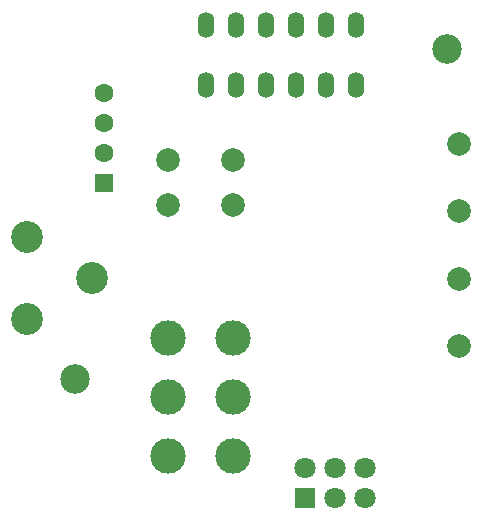
<source format=gbr>
G04 #@! TF.GenerationSoftware,KiCad,Pcbnew,no-vcs-found*
G04 #@! TF.CreationDate,2016-12-03T15:59:49+01:00*
G04 #@! TF.ProjectId,motor_switch_3pole,6D6F746F725F7377697463685F33706F,2*
G04 #@! TF.FileFunction,Soldermask,Top*
G04 #@! TF.FilePolarity,Negative*
%FSLAX46Y46*%
G04 Gerber Fmt 4.6, Leading zero omitted, Abs format (unit mm)*
G04 Created by KiCad (PCBNEW no-vcs-found) date Sat Dec  3 15:59:49 2016*
%MOMM*%
%LPD*%
G01*
G04 APERTURE LIST*
%ADD10C,0.100000*%
%ADD11C,2.000000*%
%ADD12C,3.000000*%
%ADD13R,1.600000X1.600000*%
%ADD14C,1.600000*%
%ADD15R,1.800000X1.800000*%
%ADD16C,1.800000*%
%ADD17C,2.700000*%
%ADD18O,1.400000X2.200000*%
%ADD19C,2.500000*%
G04 APERTURE END LIST*
D10*
D11*
X114985800Y-92075000D03*
X114985800Y-97790000D03*
X114985800Y-103505000D03*
X114985800Y-109220000D03*
X95885000Y-93472000D03*
X95885000Y-97222000D03*
D12*
X95885000Y-108472000D03*
X95885000Y-113472000D03*
X95885000Y-118472000D03*
D11*
X90424000Y-93472000D03*
X90424000Y-97222000D03*
D12*
X90424000Y-108472000D03*
X90424000Y-113472000D03*
X90424000Y-118472000D03*
D13*
X84963000Y-95377000D03*
D14*
X84963000Y-92837000D03*
X84963000Y-90297000D03*
X84963000Y-87757000D03*
D15*
X101981000Y-122047000D03*
D16*
X101981000Y-119507000D03*
X104521000Y-122047000D03*
X104521000Y-119507000D03*
X107061000Y-122047000D03*
X107061000Y-119507000D03*
D17*
X78486000Y-106934000D03*
X78486000Y-99934000D03*
X83986000Y-103434000D03*
D18*
X96139000Y-82042000D03*
X93599000Y-82042000D03*
X98679000Y-82042000D03*
X101219000Y-82042000D03*
X103759000Y-82042000D03*
X106299000Y-82042000D03*
X93599000Y-87122000D03*
X96139000Y-87122000D03*
X98679000Y-87122000D03*
X101219000Y-87122000D03*
X103759000Y-87122000D03*
X106299000Y-87122000D03*
D19*
X82500000Y-112000000D03*
X114000000Y-84000000D03*
M02*

</source>
